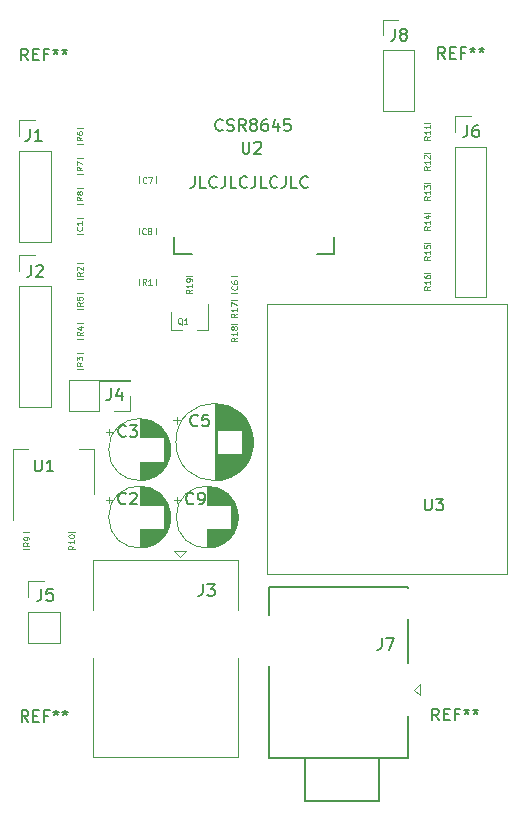
<source format=gbr>
G04 #@! TF.GenerationSoftware,KiCad,Pcbnew,(5.1.5)-3*
G04 #@! TF.CreationDate,2020-02-22T17:46:18+01:00*
G04 #@! TF.ProjectId,Breakoutboard,42726561-6b6f-4757-9462-6f6172642e6b,rev?*
G04 #@! TF.SameCoordinates,Original*
G04 #@! TF.FileFunction,Legend,Top*
G04 #@! TF.FilePolarity,Positive*
%FSLAX46Y46*%
G04 Gerber Fmt 4.6, Leading zero omitted, Abs format (unit mm)*
G04 Created by KiCad (PCBNEW (5.1.5)-3) date 2020-02-22 17:46:18*
%MOMM*%
%LPD*%
G04 APERTURE LIST*
%ADD10C,0.150000*%
%ADD11C,0.120000*%
%ADD12C,0.125000*%
G04 APERTURE END LIST*
D10*
X145748952Y-73366380D02*
X145748952Y-74080666D01*
X145701333Y-74223523D01*
X145606095Y-74318761D01*
X145463238Y-74366380D01*
X145368000Y-74366380D01*
X146701333Y-74366380D02*
X146225142Y-74366380D01*
X146225142Y-73366380D01*
X147606095Y-74271142D02*
X147558476Y-74318761D01*
X147415619Y-74366380D01*
X147320380Y-74366380D01*
X147177523Y-74318761D01*
X147082285Y-74223523D01*
X147034666Y-74128285D01*
X146987047Y-73937809D01*
X146987047Y-73794952D01*
X147034666Y-73604476D01*
X147082285Y-73509238D01*
X147177523Y-73414000D01*
X147320380Y-73366380D01*
X147415619Y-73366380D01*
X147558476Y-73414000D01*
X147606095Y-73461619D01*
X148320380Y-73366380D02*
X148320380Y-74080666D01*
X148272761Y-74223523D01*
X148177523Y-74318761D01*
X148034666Y-74366380D01*
X147939428Y-74366380D01*
X149272761Y-74366380D02*
X148796571Y-74366380D01*
X148796571Y-73366380D01*
X150177523Y-74271142D02*
X150129904Y-74318761D01*
X149987047Y-74366380D01*
X149891809Y-74366380D01*
X149748952Y-74318761D01*
X149653714Y-74223523D01*
X149606095Y-74128285D01*
X149558476Y-73937809D01*
X149558476Y-73794952D01*
X149606095Y-73604476D01*
X149653714Y-73509238D01*
X149748952Y-73414000D01*
X149891809Y-73366380D01*
X149987047Y-73366380D01*
X150129904Y-73414000D01*
X150177523Y-73461619D01*
X150891809Y-73366380D02*
X150891809Y-74080666D01*
X150844190Y-74223523D01*
X150748952Y-74318761D01*
X150606095Y-74366380D01*
X150510857Y-74366380D01*
X151844190Y-74366380D02*
X151368000Y-74366380D01*
X151368000Y-73366380D01*
X152748952Y-74271142D02*
X152701333Y-74318761D01*
X152558476Y-74366380D01*
X152463238Y-74366380D01*
X152320380Y-74318761D01*
X152225142Y-74223523D01*
X152177523Y-74128285D01*
X152129904Y-73937809D01*
X152129904Y-73794952D01*
X152177523Y-73604476D01*
X152225142Y-73509238D01*
X152320380Y-73414000D01*
X152463238Y-73366380D01*
X152558476Y-73366380D01*
X152701333Y-73414000D01*
X152748952Y-73461619D01*
X153463238Y-73366380D02*
X153463238Y-74080666D01*
X153415619Y-74223523D01*
X153320380Y-74318761D01*
X153177523Y-74366380D01*
X153082285Y-74366380D01*
X154415619Y-74366380D02*
X153939428Y-74366380D01*
X153939428Y-73366380D01*
X155320380Y-74271142D02*
X155272761Y-74318761D01*
X155129904Y-74366380D01*
X155034666Y-74366380D01*
X154891809Y-74318761D01*
X154796571Y-74223523D01*
X154748952Y-74128285D01*
X154701333Y-73937809D01*
X154701333Y-73794952D01*
X154748952Y-73604476D01*
X154796571Y-73509238D01*
X154891809Y-73414000D01*
X155034666Y-73366380D01*
X155129904Y-73366380D01*
X155272761Y-73414000D01*
X155320380Y-73461619D01*
D11*
X131748252Y-103535000D02*
X131225748Y-103535000D01*
X131748252Y-104955000D02*
X131225748Y-104955000D01*
X135576252Y-104955000D02*
X135053748Y-104955000D01*
X135576252Y-103535000D02*
X135053748Y-103535000D01*
X137192000Y-96493000D02*
X135932000Y-96493000D01*
X130372000Y-96493000D02*
X131632000Y-96493000D01*
X137192000Y-100253000D02*
X137192000Y-96493000D01*
X130372000Y-102503000D02*
X130372000Y-96493000D01*
X165173748Y-82974000D02*
X165696252Y-82974000D01*
X165173748Y-81554000D02*
X165696252Y-81554000D01*
X165155748Y-72814000D02*
X165678252Y-72814000D01*
X165155748Y-71394000D02*
X165678252Y-71394000D01*
X165173748Y-73934000D02*
X165696252Y-73934000D01*
X165173748Y-75354000D02*
X165696252Y-75354000D01*
X165173748Y-77894000D02*
X165696252Y-77894000D01*
X165173748Y-76474000D02*
X165696252Y-76474000D01*
X165173748Y-68854000D02*
X165696252Y-68854000D01*
X165173748Y-70274000D02*
X165696252Y-70274000D01*
X165173748Y-79014000D02*
X165696252Y-79014000D01*
X165173748Y-80434000D02*
X165696252Y-80434000D01*
X167786000Y-83626000D02*
X170446000Y-83626000D01*
X167786000Y-70866000D02*
X167786000Y-83626000D01*
X170446000Y-70866000D02*
X170446000Y-83626000D01*
X167786000Y-70866000D02*
X170446000Y-70866000D01*
X167786000Y-69596000D02*
X167786000Y-68266000D01*
X167786000Y-68266000D02*
X169116000Y-68266000D01*
X161670000Y-67870000D02*
X164330000Y-67870000D01*
X161670000Y-62730000D02*
X161670000Y-67870000D01*
X164330000Y-62730000D02*
X164330000Y-67870000D01*
X161670000Y-62730000D02*
X164330000Y-62730000D01*
X161670000Y-61460000D02*
X161670000Y-60130000D01*
X161670000Y-60130000D02*
X163000000Y-60130000D01*
X151840000Y-107080000D02*
X151840000Y-84220000D01*
X151840000Y-84220000D02*
X169620000Y-84220000D01*
X172160000Y-84220000D02*
X172160000Y-107080000D01*
X169620000Y-107080000D02*
X151840000Y-107080000D01*
X169620000Y-107080000D02*
X172160000Y-107080000D01*
X172160000Y-107080000D02*
X172160000Y-84220000D01*
X172160000Y-84220000D02*
X169620000Y-84220000D01*
D10*
X157500000Y-78500000D02*
X157500000Y-80000000D01*
X157500000Y-80000000D02*
X156100000Y-80000000D01*
X144000000Y-78500000D02*
X144000000Y-80000000D01*
X144000000Y-80000000D02*
X145500000Y-80000000D01*
D11*
X143708000Y-86374000D02*
X144638000Y-86374000D01*
X146868000Y-86374000D02*
X145938000Y-86374000D01*
X146868000Y-86374000D02*
X146868000Y-84214000D01*
X143708000Y-86374000D02*
X143708000Y-84914000D01*
X149350252Y-85292000D02*
X148827748Y-85292000D01*
X149350252Y-83872000D02*
X148827748Y-83872000D01*
X148845748Y-85904000D02*
X149368252Y-85904000D01*
X148845748Y-87324000D02*
X149368252Y-87324000D01*
X145549252Y-81840000D02*
X145026748Y-81840000D01*
X145549252Y-83260000D02*
X145026748Y-83260000D01*
X148845748Y-83260000D02*
X149368252Y-83260000D01*
X148845748Y-81840000D02*
X149368252Y-81840000D01*
X144241225Y-100510000D02*
X144241225Y-101010000D01*
X143991225Y-100760000D02*
X144491225Y-100760000D01*
X149397000Y-101951000D02*
X149397000Y-102519000D01*
X149357000Y-101717000D02*
X149357000Y-102753000D01*
X149317000Y-101558000D02*
X149317000Y-102912000D01*
X149277000Y-101430000D02*
X149277000Y-103040000D01*
X149237000Y-101320000D02*
X149237000Y-103150000D01*
X149197000Y-101224000D02*
X149197000Y-103246000D01*
X149157000Y-101137000D02*
X149157000Y-103333000D01*
X149117000Y-101057000D02*
X149117000Y-103413000D01*
X149077000Y-100984000D02*
X149077000Y-103486000D01*
X149037000Y-100916000D02*
X149037000Y-103554000D01*
X148997000Y-100852000D02*
X148997000Y-103618000D01*
X148957000Y-100792000D02*
X148957000Y-103678000D01*
X148917000Y-100735000D02*
X148917000Y-103735000D01*
X148877000Y-100681000D02*
X148877000Y-103789000D01*
X148837000Y-100630000D02*
X148837000Y-103840000D01*
X148797000Y-103275000D02*
X148797000Y-103888000D01*
X148797000Y-100582000D02*
X148797000Y-101195000D01*
X148757000Y-103275000D02*
X148757000Y-103934000D01*
X148757000Y-100536000D02*
X148757000Y-101195000D01*
X148717000Y-103275000D02*
X148717000Y-103978000D01*
X148717000Y-100492000D02*
X148717000Y-101195000D01*
X148677000Y-103275000D02*
X148677000Y-104020000D01*
X148677000Y-100450000D02*
X148677000Y-101195000D01*
X148637000Y-103275000D02*
X148637000Y-104061000D01*
X148637000Y-100409000D02*
X148637000Y-101195000D01*
X148597000Y-103275000D02*
X148597000Y-104099000D01*
X148597000Y-100371000D02*
X148597000Y-101195000D01*
X148557000Y-103275000D02*
X148557000Y-104136000D01*
X148557000Y-100334000D02*
X148557000Y-101195000D01*
X148517000Y-103275000D02*
X148517000Y-104172000D01*
X148517000Y-100298000D02*
X148517000Y-101195000D01*
X148477000Y-103275000D02*
X148477000Y-104206000D01*
X148477000Y-100264000D02*
X148477000Y-101195000D01*
X148437000Y-103275000D02*
X148437000Y-104239000D01*
X148437000Y-100231000D02*
X148437000Y-101195000D01*
X148397000Y-103275000D02*
X148397000Y-104270000D01*
X148397000Y-100200000D02*
X148397000Y-101195000D01*
X148357000Y-103275000D02*
X148357000Y-104300000D01*
X148357000Y-100170000D02*
X148357000Y-101195000D01*
X148317000Y-103275000D02*
X148317000Y-104330000D01*
X148317000Y-100140000D02*
X148317000Y-101195000D01*
X148277000Y-103275000D02*
X148277000Y-104357000D01*
X148277000Y-100113000D02*
X148277000Y-101195000D01*
X148237000Y-103275000D02*
X148237000Y-104384000D01*
X148237000Y-100086000D02*
X148237000Y-101195000D01*
X148197000Y-103275000D02*
X148197000Y-104410000D01*
X148197000Y-100060000D02*
X148197000Y-101195000D01*
X148157000Y-103275000D02*
X148157000Y-104435000D01*
X148157000Y-100035000D02*
X148157000Y-101195000D01*
X148117000Y-103275000D02*
X148117000Y-104459000D01*
X148117000Y-100011000D02*
X148117000Y-101195000D01*
X148077000Y-103275000D02*
X148077000Y-104482000D01*
X148077000Y-99988000D02*
X148077000Y-101195000D01*
X148037000Y-103275000D02*
X148037000Y-104503000D01*
X148037000Y-99967000D02*
X148037000Y-101195000D01*
X147997000Y-103275000D02*
X147997000Y-104525000D01*
X147997000Y-99945000D02*
X147997000Y-101195000D01*
X147957000Y-103275000D02*
X147957000Y-104545000D01*
X147957000Y-99925000D02*
X147957000Y-101195000D01*
X147917000Y-103275000D02*
X147917000Y-104564000D01*
X147917000Y-99906000D02*
X147917000Y-101195000D01*
X147877000Y-103275000D02*
X147877000Y-104583000D01*
X147877000Y-99887000D02*
X147877000Y-101195000D01*
X147837000Y-103275000D02*
X147837000Y-104600000D01*
X147837000Y-99870000D02*
X147837000Y-101195000D01*
X147797000Y-103275000D02*
X147797000Y-104617000D01*
X147797000Y-99853000D02*
X147797000Y-101195000D01*
X147757000Y-103275000D02*
X147757000Y-104633000D01*
X147757000Y-99837000D02*
X147757000Y-101195000D01*
X147717000Y-103275000D02*
X147717000Y-104649000D01*
X147717000Y-99821000D02*
X147717000Y-101195000D01*
X147677000Y-103275000D02*
X147677000Y-104663000D01*
X147677000Y-99807000D02*
X147677000Y-101195000D01*
X147637000Y-103275000D02*
X147637000Y-104677000D01*
X147637000Y-99793000D02*
X147637000Y-101195000D01*
X147597000Y-103275000D02*
X147597000Y-104690000D01*
X147597000Y-99780000D02*
X147597000Y-101195000D01*
X147557000Y-103275000D02*
X147557000Y-104703000D01*
X147557000Y-99767000D02*
X147557000Y-101195000D01*
X147517000Y-103275000D02*
X147517000Y-104715000D01*
X147517000Y-99755000D02*
X147517000Y-101195000D01*
X147476000Y-103275000D02*
X147476000Y-104726000D01*
X147476000Y-99744000D02*
X147476000Y-101195000D01*
X147436000Y-103275000D02*
X147436000Y-104736000D01*
X147436000Y-99734000D02*
X147436000Y-101195000D01*
X147396000Y-103275000D02*
X147396000Y-104746000D01*
X147396000Y-99724000D02*
X147396000Y-101195000D01*
X147356000Y-103275000D02*
X147356000Y-104755000D01*
X147356000Y-99715000D02*
X147356000Y-101195000D01*
X147316000Y-103275000D02*
X147316000Y-104763000D01*
X147316000Y-99707000D02*
X147316000Y-101195000D01*
X147276000Y-103275000D02*
X147276000Y-104771000D01*
X147276000Y-99699000D02*
X147276000Y-101195000D01*
X147236000Y-103275000D02*
X147236000Y-104778000D01*
X147236000Y-99692000D02*
X147236000Y-101195000D01*
X147196000Y-103275000D02*
X147196000Y-104785000D01*
X147196000Y-99685000D02*
X147196000Y-101195000D01*
X147156000Y-103275000D02*
X147156000Y-104791000D01*
X147156000Y-99679000D02*
X147156000Y-101195000D01*
X147116000Y-103275000D02*
X147116000Y-104796000D01*
X147116000Y-99674000D02*
X147116000Y-101195000D01*
X147076000Y-103275000D02*
X147076000Y-104800000D01*
X147076000Y-99670000D02*
X147076000Y-101195000D01*
X147036000Y-103275000D02*
X147036000Y-104804000D01*
X147036000Y-99666000D02*
X147036000Y-101195000D01*
X146996000Y-103275000D02*
X146996000Y-104808000D01*
X146996000Y-99662000D02*
X146996000Y-101195000D01*
X146956000Y-103275000D02*
X146956000Y-104811000D01*
X146956000Y-99659000D02*
X146956000Y-101195000D01*
X146916000Y-103275000D02*
X146916000Y-104813000D01*
X146916000Y-99657000D02*
X146916000Y-101195000D01*
X146876000Y-103275000D02*
X146876000Y-104814000D01*
X146876000Y-99656000D02*
X146876000Y-101195000D01*
X146836000Y-99655000D02*
X146836000Y-101195000D01*
X146836000Y-103275000D02*
X146836000Y-104815000D01*
X146796000Y-99655000D02*
X146796000Y-101195000D01*
X146796000Y-103275000D02*
X146796000Y-104815000D01*
X149416000Y-102235000D02*
G75*
G03X149416000Y-102235000I-2620000J0D01*
G01*
X135749748Y-78300000D02*
X136272252Y-78300000D01*
X135749748Y-76880000D02*
X136272252Y-76880000D01*
X143701000Y-102235000D02*
G75*
G03X143701000Y-102235000I-2620000J0D01*
G01*
X141081000Y-103275000D02*
X141081000Y-104815000D01*
X141081000Y-99655000D02*
X141081000Y-101195000D01*
X141121000Y-103275000D02*
X141121000Y-104815000D01*
X141121000Y-99655000D02*
X141121000Y-101195000D01*
X141161000Y-99656000D02*
X141161000Y-101195000D01*
X141161000Y-103275000D02*
X141161000Y-104814000D01*
X141201000Y-99657000D02*
X141201000Y-101195000D01*
X141201000Y-103275000D02*
X141201000Y-104813000D01*
X141241000Y-99659000D02*
X141241000Y-101195000D01*
X141241000Y-103275000D02*
X141241000Y-104811000D01*
X141281000Y-99662000D02*
X141281000Y-101195000D01*
X141281000Y-103275000D02*
X141281000Y-104808000D01*
X141321000Y-99666000D02*
X141321000Y-101195000D01*
X141321000Y-103275000D02*
X141321000Y-104804000D01*
X141361000Y-99670000D02*
X141361000Y-101195000D01*
X141361000Y-103275000D02*
X141361000Y-104800000D01*
X141401000Y-99674000D02*
X141401000Y-101195000D01*
X141401000Y-103275000D02*
X141401000Y-104796000D01*
X141441000Y-99679000D02*
X141441000Y-101195000D01*
X141441000Y-103275000D02*
X141441000Y-104791000D01*
X141481000Y-99685000D02*
X141481000Y-101195000D01*
X141481000Y-103275000D02*
X141481000Y-104785000D01*
X141521000Y-99692000D02*
X141521000Y-101195000D01*
X141521000Y-103275000D02*
X141521000Y-104778000D01*
X141561000Y-99699000D02*
X141561000Y-101195000D01*
X141561000Y-103275000D02*
X141561000Y-104771000D01*
X141601000Y-99707000D02*
X141601000Y-101195000D01*
X141601000Y-103275000D02*
X141601000Y-104763000D01*
X141641000Y-99715000D02*
X141641000Y-101195000D01*
X141641000Y-103275000D02*
X141641000Y-104755000D01*
X141681000Y-99724000D02*
X141681000Y-101195000D01*
X141681000Y-103275000D02*
X141681000Y-104746000D01*
X141721000Y-99734000D02*
X141721000Y-101195000D01*
X141721000Y-103275000D02*
X141721000Y-104736000D01*
X141761000Y-99744000D02*
X141761000Y-101195000D01*
X141761000Y-103275000D02*
X141761000Y-104726000D01*
X141802000Y-99755000D02*
X141802000Y-101195000D01*
X141802000Y-103275000D02*
X141802000Y-104715000D01*
X141842000Y-99767000D02*
X141842000Y-101195000D01*
X141842000Y-103275000D02*
X141842000Y-104703000D01*
X141882000Y-99780000D02*
X141882000Y-101195000D01*
X141882000Y-103275000D02*
X141882000Y-104690000D01*
X141922000Y-99793000D02*
X141922000Y-101195000D01*
X141922000Y-103275000D02*
X141922000Y-104677000D01*
X141962000Y-99807000D02*
X141962000Y-101195000D01*
X141962000Y-103275000D02*
X141962000Y-104663000D01*
X142002000Y-99821000D02*
X142002000Y-101195000D01*
X142002000Y-103275000D02*
X142002000Y-104649000D01*
X142042000Y-99837000D02*
X142042000Y-101195000D01*
X142042000Y-103275000D02*
X142042000Y-104633000D01*
X142082000Y-99853000D02*
X142082000Y-101195000D01*
X142082000Y-103275000D02*
X142082000Y-104617000D01*
X142122000Y-99870000D02*
X142122000Y-101195000D01*
X142122000Y-103275000D02*
X142122000Y-104600000D01*
X142162000Y-99887000D02*
X142162000Y-101195000D01*
X142162000Y-103275000D02*
X142162000Y-104583000D01*
X142202000Y-99906000D02*
X142202000Y-101195000D01*
X142202000Y-103275000D02*
X142202000Y-104564000D01*
X142242000Y-99925000D02*
X142242000Y-101195000D01*
X142242000Y-103275000D02*
X142242000Y-104545000D01*
X142282000Y-99945000D02*
X142282000Y-101195000D01*
X142282000Y-103275000D02*
X142282000Y-104525000D01*
X142322000Y-99967000D02*
X142322000Y-101195000D01*
X142322000Y-103275000D02*
X142322000Y-104503000D01*
X142362000Y-99988000D02*
X142362000Y-101195000D01*
X142362000Y-103275000D02*
X142362000Y-104482000D01*
X142402000Y-100011000D02*
X142402000Y-101195000D01*
X142402000Y-103275000D02*
X142402000Y-104459000D01*
X142442000Y-100035000D02*
X142442000Y-101195000D01*
X142442000Y-103275000D02*
X142442000Y-104435000D01*
X142482000Y-100060000D02*
X142482000Y-101195000D01*
X142482000Y-103275000D02*
X142482000Y-104410000D01*
X142522000Y-100086000D02*
X142522000Y-101195000D01*
X142522000Y-103275000D02*
X142522000Y-104384000D01*
X142562000Y-100113000D02*
X142562000Y-101195000D01*
X142562000Y-103275000D02*
X142562000Y-104357000D01*
X142602000Y-100140000D02*
X142602000Y-101195000D01*
X142602000Y-103275000D02*
X142602000Y-104330000D01*
X142642000Y-100170000D02*
X142642000Y-101195000D01*
X142642000Y-103275000D02*
X142642000Y-104300000D01*
X142682000Y-100200000D02*
X142682000Y-101195000D01*
X142682000Y-103275000D02*
X142682000Y-104270000D01*
X142722000Y-100231000D02*
X142722000Y-101195000D01*
X142722000Y-103275000D02*
X142722000Y-104239000D01*
X142762000Y-100264000D02*
X142762000Y-101195000D01*
X142762000Y-103275000D02*
X142762000Y-104206000D01*
X142802000Y-100298000D02*
X142802000Y-101195000D01*
X142802000Y-103275000D02*
X142802000Y-104172000D01*
X142842000Y-100334000D02*
X142842000Y-101195000D01*
X142842000Y-103275000D02*
X142842000Y-104136000D01*
X142882000Y-100371000D02*
X142882000Y-101195000D01*
X142882000Y-103275000D02*
X142882000Y-104099000D01*
X142922000Y-100409000D02*
X142922000Y-101195000D01*
X142922000Y-103275000D02*
X142922000Y-104061000D01*
X142962000Y-100450000D02*
X142962000Y-101195000D01*
X142962000Y-103275000D02*
X142962000Y-104020000D01*
X143002000Y-100492000D02*
X143002000Y-101195000D01*
X143002000Y-103275000D02*
X143002000Y-103978000D01*
X143042000Y-100536000D02*
X143042000Y-101195000D01*
X143042000Y-103275000D02*
X143042000Y-103934000D01*
X143082000Y-100582000D02*
X143082000Y-101195000D01*
X143082000Y-103275000D02*
X143082000Y-103888000D01*
X143122000Y-100630000D02*
X143122000Y-103840000D01*
X143162000Y-100681000D02*
X143162000Y-103789000D01*
X143202000Y-100735000D02*
X143202000Y-103735000D01*
X143242000Y-100792000D02*
X143242000Y-103678000D01*
X143282000Y-100852000D02*
X143282000Y-103618000D01*
X143322000Y-100916000D02*
X143322000Y-103554000D01*
X143362000Y-100984000D02*
X143362000Y-103486000D01*
X143402000Y-101057000D02*
X143402000Y-103413000D01*
X143442000Y-101137000D02*
X143442000Y-103333000D01*
X143482000Y-101224000D02*
X143482000Y-103246000D01*
X143522000Y-101320000D02*
X143522000Y-103150000D01*
X143562000Y-101430000D02*
X143562000Y-103040000D01*
X143602000Y-101558000D02*
X143602000Y-102912000D01*
X143642000Y-101717000D02*
X143642000Y-102753000D01*
X143682000Y-101951000D02*
X143682000Y-102519000D01*
X138276225Y-100760000D02*
X138776225Y-100760000D01*
X138526225Y-100510000D02*
X138526225Y-101010000D01*
X143701000Y-96520000D02*
G75*
G03X143701000Y-96520000I-2620000J0D01*
G01*
X141081000Y-97560000D02*
X141081000Y-99100000D01*
X141081000Y-93940000D02*
X141081000Y-95480000D01*
X141121000Y-97560000D02*
X141121000Y-99100000D01*
X141121000Y-93940000D02*
X141121000Y-95480000D01*
X141161000Y-93941000D02*
X141161000Y-95480000D01*
X141161000Y-97560000D02*
X141161000Y-99099000D01*
X141201000Y-93942000D02*
X141201000Y-95480000D01*
X141201000Y-97560000D02*
X141201000Y-99098000D01*
X141241000Y-93944000D02*
X141241000Y-95480000D01*
X141241000Y-97560000D02*
X141241000Y-99096000D01*
X141281000Y-93947000D02*
X141281000Y-95480000D01*
X141281000Y-97560000D02*
X141281000Y-99093000D01*
X141321000Y-93951000D02*
X141321000Y-95480000D01*
X141321000Y-97560000D02*
X141321000Y-99089000D01*
X141361000Y-93955000D02*
X141361000Y-95480000D01*
X141361000Y-97560000D02*
X141361000Y-99085000D01*
X141401000Y-93959000D02*
X141401000Y-95480000D01*
X141401000Y-97560000D02*
X141401000Y-99081000D01*
X141441000Y-93964000D02*
X141441000Y-95480000D01*
X141441000Y-97560000D02*
X141441000Y-99076000D01*
X141481000Y-93970000D02*
X141481000Y-95480000D01*
X141481000Y-97560000D02*
X141481000Y-99070000D01*
X141521000Y-93977000D02*
X141521000Y-95480000D01*
X141521000Y-97560000D02*
X141521000Y-99063000D01*
X141561000Y-93984000D02*
X141561000Y-95480000D01*
X141561000Y-97560000D02*
X141561000Y-99056000D01*
X141601000Y-93992000D02*
X141601000Y-95480000D01*
X141601000Y-97560000D02*
X141601000Y-99048000D01*
X141641000Y-94000000D02*
X141641000Y-95480000D01*
X141641000Y-97560000D02*
X141641000Y-99040000D01*
X141681000Y-94009000D02*
X141681000Y-95480000D01*
X141681000Y-97560000D02*
X141681000Y-99031000D01*
X141721000Y-94019000D02*
X141721000Y-95480000D01*
X141721000Y-97560000D02*
X141721000Y-99021000D01*
X141761000Y-94029000D02*
X141761000Y-95480000D01*
X141761000Y-97560000D02*
X141761000Y-99011000D01*
X141802000Y-94040000D02*
X141802000Y-95480000D01*
X141802000Y-97560000D02*
X141802000Y-99000000D01*
X141842000Y-94052000D02*
X141842000Y-95480000D01*
X141842000Y-97560000D02*
X141842000Y-98988000D01*
X141882000Y-94065000D02*
X141882000Y-95480000D01*
X141882000Y-97560000D02*
X141882000Y-98975000D01*
X141922000Y-94078000D02*
X141922000Y-95480000D01*
X141922000Y-97560000D02*
X141922000Y-98962000D01*
X141962000Y-94092000D02*
X141962000Y-95480000D01*
X141962000Y-97560000D02*
X141962000Y-98948000D01*
X142002000Y-94106000D02*
X142002000Y-95480000D01*
X142002000Y-97560000D02*
X142002000Y-98934000D01*
X142042000Y-94122000D02*
X142042000Y-95480000D01*
X142042000Y-97560000D02*
X142042000Y-98918000D01*
X142082000Y-94138000D02*
X142082000Y-95480000D01*
X142082000Y-97560000D02*
X142082000Y-98902000D01*
X142122000Y-94155000D02*
X142122000Y-95480000D01*
X142122000Y-97560000D02*
X142122000Y-98885000D01*
X142162000Y-94172000D02*
X142162000Y-95480000D01*
X142162000Y-97560000D02*
X142162000Y-98868000D01*
X142202000Y-94191000D02*
X142202000Y-95480000D01*
X142202000Y-97560000D02*
X142202000Y-98849000D01*
X142242000Y-94210000D02*
X142242000Y-95480000D01*
X142242000Y-97560000D02*
X142242000Y-98830000D01*
X142282000Y-94230000D02*
X142282000Y-95480000D01*
X142282000Y-97560000D02*
X142282000Y-98810000D01*
X142322000Y-94252000D02*
X142322000Y-95480000D01*
X142322000Y-97560000D02*
X142322000Y-98788000D01*
X142362000Y-94273000D02*
X142362000Y-95480000D01*
X142362000Y-97560000D02*
X142362000Y-98767000D01*
X142402000Y-94296000D02*
X142402000Y-95480000D01*
X142402000Y-97560000D02*
X142402000Y-98744000D01*
X142442000Y-94320000D02*
X142442000Y-95480000D01*
X142442000Y-97560000D02*
X142442000Y-98720000D01*
X142482000Y-94345000D02*
X142482000Y-95480000D01*
X142482000Y-97560000D02*
X142482000Y-98695000D01*
X142522000Y-94371000D02*
X142522000Y-95480000D01*
X142522000Y-97560000D02*
X142522000Y-98669000D01*
X142562000Y-94398000D02*
X142562000Y-95480000D01*
X142562000Y-97560000D02*
X142562000Y-98642000D01*
X142602000Y-94425000D02*
X142602000Y-95480000D01*
X142602000Y-97560000D02*
X142602000Y-98615000D01*
X142642000Y-94455000D02*
X142642000Y-95480000D01*
X142642000Y-97560000D02*
X142642000Y-98585000D01*
X142682000Y-94485000D02*
X142682000Y-95480000D01*
X142682000Y-97560000D02*
X142682000Y-98555000D01*
X142722000Y-94516000D02*
X142722000Y-95480000D01*
X142722000Y-97560000D02*
X142722000Y-98524000D01*
X142762000Y-94549000D02*
X142762000Y-95480000D01*
X142762000Y-97560000D02*
X142762000Y-98491000D01*
X142802000Y-94583000D02*
X142802000Y-95480000D01*
X142802000Y-97560000D02*
X142802000Y-98457000D01*
X142842000Y-94619000D02*
X142842000Y-95480000D01*
X142842000Y-97560000D02*
X142842000Y-98421000D01*
X142882000Y-94656000D02*
X142882000Y-95480000D01*
X142882000Y-97560000D02*
X142882000Y-98384000D01*
X142922000Y-94694000D02*
X142922000Y-95480000D01*
X142922000Y-97560000D02*
X142922000Y-98346000D01*
X142962000Y-94735000D02*
X142962000Y-95480000D01*
X142962000Y-97560000D02*
X142962000Y-98305000D01*
X143002000Y-94777000D02*
X143002000Y-95480000D01*
X143002000Y-97560000D02*
X143002000Y-98263000D01*
X143042000Y-94821000D02*
X143042000Y-95480000D01*
X143042000Y-97560000D02*
X143042000Y-98219000D01*
X143082000Y-94867000D02*
X143082000Y-95480000D01*
X143082000Y-97560000D02*
X143082000Y-98173000D01*
X143122000Y-94915000D02*
X143122000Y-98125000D01*
X143162000Y-94966000D02*
X143162000Y-98074000D01*
X143202000Y-95020000D02*
X143202000Y-98020000D01*
X143242000Y-95077000D02*
X143242000Y-97963000D01*
X143282000Y-95137000D02*
X143282000Y-97903000D01*
X143322000Y-95201000D02*
X143322000Y-97839000D01*
X143362000Y-95269000D02*
X143362000Y-97771000D01*
X143402000Y-95342000D02*
X143402000Y-97698000D01*
X143442000Y-95422000D02*
X143442000Y-97618000D01*
X143482000Y-95509000D02*
X143482000Y-97531000D01*
X143522000Y-95605000D02*
X143522000Y-97435000D01*
X143562000Y-95715000D02*
X143562000Y-97325000D01*
X143602000Y-95843000D02*
X143602000Y-97197000D01*
X143642000Y-96002000D02*
X143642000Y-97038000D01*
X143682000Y-96236000D02*
X143682000Y-96804000D01*
X138276225Y-95045000D02*
X138776225Y-95045000D01*
X138526225Y-94795000D02*
X138526225Y-95295000D01*
X150697000Y-95885000D02*
G75*
G03X150697000Y-95885000I-3270000J0D01*
G01*
X147427000Y-92655000D02*
X147427000Y-99115000D01*
X147467000Y-92655000D02*
X147467000Y-99115000D01*
X147507000Y-92655000D02*
X147507000Y-99115000D01*
X147547000Y-92657000D02*
X147547000Y-99113000D01*
X147587000Y-92658000D02*
X147587000Y-99112000D01*
X147627000Y-92661000D02*
X147627000Y-99109000D01*
X147667000Y-92663000D02*
X147667000Y-94845000D01*
X147667000Y-96925000D02*
X147667000Y-99107000D01*
X147707000Y-92667000D02*
X147707000Y-94845000D01*
X147707000Y-96925000D02*
X147707000Y-99103000D01*
X147747000Y-92670000D02*
X147747000Y-94845000D01*
X147747000Y-96925000D02*
X147747000Y-99100000D01*
X147787000Y-92674000D02*
X147787000Y-94845000D01*
X147787000Y-96925000D02*
X147787000Y-99096000D01*
X147827000Y-92679000D02*
X147827000Y-94845000D01*
X147827000Y-96925000D02*
X147827000Y-99091000D01*
X147867000Y-92684000D02*
X147867000Y-94845000D01*
X147867000Y-96925000D02*
X147867000Y-99086000D01*
X147907000Y-92690000D02*
X147907000Y-94845000D01*
X147907000Y-96925000D02*
X147907000Y-99080000D01*
X147947000Y-92696000D02*
X147947000Y-94845000D01*
X147947000Y-96925000D02*
X147947000Y-99074000D01*
X147987000Y-92703000D02*
X147987000Y-94845000D01*
X147987000Y-96925000D02*
X147987000Y-99067000D01*
X148027000Y-92710000D02*
X148027000Y-94845000D01*
X148027000Y-96925000D02*
X148027000Y-99060000D01*
X148067000Y-92718000D02*
X148067000Y-94845000D01*
X148067000Y-96925000D02*
X148067000Y-99052000D01*
X148107000Y-92726000D02*
X148107000Y-94845000D01*
X148107000Y-96925000D02*
X148107000Y-99044000D01*
X148148000Y-92735000D02*
X148148000Y-94845000D01*
X148148000Y-96925000D02*
X148148000Y-99035000D01*
X148188000Y-92744000D02*
X148188000Y-94845000D01*
X148188000Y-96925000D02*
X148188000Y-99026000D01*
X148228000Y-92754000D02*
X148228000Y-94845000D01*
X148228000Y-96925000D02*
X148228000Y-99016000D01*
X148268000Y-92764000D02*
X148268000Y-94845000D01*
X148268000Y-96925000D02*
X148268000Y-99006000D01*
X148308000Y-92775000D02*
X148308000Y-94845000D01*
X148308000Y-96925000D02*
X148308000Y-98995000D01*
X148348000Y-92787000D02*
X148348000Y-94845000D01*
X148348000Y-96925000D02*
X148348000Y-98983000D01*
X148388000Y-92799000D02*
X148388000Y-94845000D01*
X148388000Y-96925000D02*
X148388000Y-98971000D01*
X148428000Y-92811000D02*
X148428000Y-94845000D01*
X148428000Y-96925000D02*
X148428000Y-98959000D01*
X148468000Y-92824000D02*
X148468000Y-94845000D01*
X148468000Y-96925000D02*
X148468000Y-98946000D01*
X148508000Y-92838000D02*
X148508000Y-94845000D01*
X148508000Y-96925000D02*
X148508000Y-98932000D01*
X148548000Y-92852000D02*
X148548000Y-94845000D01*
X148548000Y-96925000D02*
X148548000Y-98918000D01*
X148588000Y-92867000D02*
X148588000Y-94845000D01*
X148588000Y-96925000D02*
X148588000Y-98903000D01*
X148628000Y-92883000D02*
X148628000Y-94845000D01*
X148628000Y-96925000D02*
X148628000Y-98887000D01*
X148668000Y-92899000D02*
X148668000Y-94845000D01*
X148668000Y-96925000D02*
X148668000Y-98871000D01*
X148708000Y-92915000D02*
X148708000Y-94845000D01*
X148708000Y-96925000D02*
X148708000Y-98855000D01*
X148748000Y-92933000D02*
X148748000Y-94845000D01*
X148748000Y-96925000D02*
X148748000Y-98837000D01*
X148788000Y-92951000D02*
X148788000Y-94845000D01*
X148788000Y-96925000D02*
X148788000Y-98819000D01*
X148828000Y-92969000D02*
X148828000Y-94845000D01*
X148828000Y-96925000D02*
X148828000Y-98801000D01*
X148868000Y-92989000D02*
X148868000Y-94845000D01*
X148868000Y-96925000D02*
X148868000Y-98781000D01*
X148908000Y-93009000D02*
X148908000Y-94845000D01*
X148908000Y-96925000D02*
X148908000Y-98761000D01*
X148948000Y-93029000D02*
X148948000Y-94845000D01*
X148948000Y-96925000D02*
X148948000Y-98741000D01*
X148988000Y-93051000D02*
X148988000Y-94845000D01*
X148988000Y-96925000D02*
X148988000Y-98719000D01*
X149028000Y-93073000D02*
X149028000Y-94845000D01*
X149028000Y-96925000D02*
X149028000Y-98697000D01*
X149068000Y-93095000D02*
X149068000Y-94845000D01*
X149068000Y-96925000D02*
X149068000Y-98675000D01*
X149108000Y-93119000D02*
X149108000Y-94845000D01*
X149108000Y-96925000D02*
X149108000Y-98651000D01*
X149148000Y-93143000D02*
X149148000Y-94845000D01*
X149148000Y-96925000D02*
X149148000Y-98627000D01*
X149188000Y-93169000D02*
X149188000Y-94845000D01*
X149188000Y-96925000D02*
X149188000Y-98601000D01*
X149228000Y-93195000D02*
X149228000Y-94845000D01*
X149228000Y-96925000D02*
X149228000Y-98575000D01*
X149268000Y-93221000D02*
X149268000Y-94845000D01*
X149268000Y-96925000D02*
X149268000Y-98549000D01*
X149308000Y-93249000D02*
X149308000Y-94845000D01*
X149308000Y-96925000D02*
X149308000Y-98521000D01*
X149348000Y-93278000D02*
X149348000Y-94845000D01*
X149348000Y-96925000D02*
X149348000Y-98492000D01*
X149388000Y-93307000D02*
X149388000Y-94845000D01*
X149388000Y-96925000D02*
X149388000Y-98463000D01*
X149428000Y-93337000D02*
X149428000Y-94845000D01*
X149428000Y-96925000D02*
X149428000Y-98433000D01*
X149468000Y-93369000D02*
X149468000Y-94845000D01*
X149468000Y-96925000D02*
X149468000Y-98401000D01*
X149508000Y-93401000D02*
X149508000Y-94845000D01*
X149508000Y-96925000D02*
X149508000Y-98369000D01*
X149548000Y-93435000D02*
X149548000Y-94845000D01*
X149548000Y-96925000D02*
X149548000Y-98335000D01*
X149588000Y-93469000D02*
X149588000Y-94845000D01*
X149588000Y-96925000D02*
X149588000Y-98301000D01*
X149628000Y-93505000D02*
X149628000Y-94845000D01*
X149628000Y-96925000D02*
X149628000Y-98265000D01*
X149668000Y-93542000D02*
X149668000Y-94845000D01*
X149668000Y-96925000D02*
X149668000Y-98228000D01*
X149708000Y-93580000D02*
X149708000Y-94845000D01*
X149708000Y-96925000D02*
X149708000Y-98190000D01*
X149748000Y-93620000D02*
X149748000Y-98150000D01*
X149788000Y-93661000D02*
X149788000Y-98109000D01*
X149828000Y-93703000D02*
X149828000Y-98067000D01*
X149868000Y-93748000D02*
X149868000Y-98022000D01*
X149908000Y-93793000D02*
X149908000Y-97977000D01*
X149948000Y-93841000D02*
X149948000Y-97929000D01*
X149988000Y-93890000D02*
X149988000Y-97880000D01*
X150028000Y-93941000D02*
X150028000Y-97829000D01*
X150068000Y-93995000D02*
X150068000Y-97775000D01*
X150108000Y-94051000D02*
X150108000Y-97719000D01*
X150148000Y-94109000D02*
X150148000Y-97661000D01*
X150188000Y-94171000D02*
X150188000Y-97599000D01*
X150228000Y-94235000D02*
X150228000Y-97535000D01*
X150268000Y-94304000D02*
X150268000Y-97466000D01*
X150308000Y-94376000D02*
X150308000Y-97394000D01*
X150348000Y-94453000D02*
X150348000Y-97317000D01*
X150388000Y-94535000D02*
X150388000Y-97235000D01*
X150428000Y-94623000D02*
X150428000Y-97147000D01*
X150468000Y-94720000D02*
X150468000Y-97050000D01*
X150508000Y-94826000D02*
X150508000Y-96944000D01*
X150548000Y-94945000D02*
X150548000Y-96825000D01*
X150588000Y-95083000D02*
X150588000Y-96687000D01*
X150628000Y-95252000D02*
X150628000Y-96518000D01*
X150668000Y-95483000D02*
X150668000Y-96287000D01*
X143926759Y-94046000D02*
X144556759Y-94046000D01*
X144241759Y-93731000D02*
X144241759Y-94361000D01*
X141022000Y-73912252D02*
X141022000Y-73389748D01*
X142442000Y-73912252D02*
X142442000Y-73389748D01*
X142442000Y-77725748D02*
X142442000Y-78248252D01*
X141022000Y-77725748D02*
X141022000Y-78248252D01*
X130880000Y-78920000D02*
X133540000Y-78920000D01*
X130880000Y-71240000D02*
X130880000Y-78920000D01*
X133540000Y-71240000D02*
X133540000Y-78920000D01*
X130880000Y-71240000D02*
X133540000Y-71240000D01*
X130880000Y-69970000D02*
X130880000Y-68640000D01*
X130880000Y-68640000D02*
X132210000Y-68640000D01*
X130880000Y-92890000D02*
X133540000Y-92890000D01*
X130880000Y-82670000D02*
X130880000Y-92890000D01*
X133540000Y-82670000D02*
X133540000Y-92890000D01*
X130880000Y-82670000D02*
X133540000Y-82670000D01*
X130880000Y-81400000D02*
X130880000Y-80070000D01*
X130880000Y-80070000D02*
X132210000Y-80070000D01*
X149436000Y-110102000D02*
X149436000Y-105842000D01*
X149436000Y-105842000D02*
X137116000Y-105842000D01*
X137116000Y-105842000D02*
X137116000Y-110102000D01*
X149436000Y-114202000D02*
X149436000Y-122562000D01*
X149436000Y-122562000D02*
X137116000Y-122562000D01*
X137116000Y-122562000D02*
X137116000Y-114202000D01*
X144526000Y-105622000D02*
X145026000Y-105122000D01*
X145026000Y-105122000D02*
X144026000Y-105122000D01*
X144026000Y-105122000D02*
X144526000Y-105622000D01*
X140268000Y-90618000D02*
X135068000Y-90618000D01*
X140268000Y-90678000D02*
X140268000Y-90618000D01*
X135068000Y-93278000D02*
X135068000Y-90618000D01*
X140268000Y-90678000D02*
X137668000Y-90678000D01*
X137668000Y-90678000D02*
X137668000Y-93278000D01*
X137668000Y-93278000D02*
X135068000Y-93278000D01*
X140268000Y-91948000D02*
X140268000Y-93278000D01*
X140268000Y-93278000D02*
X138938000Y-93278000D01*
X131670000Y-112870000D02*
X134330000Y-112870000D01*
X131670000Y-110270000D02*
X131670000Y-112870000D01*
X134330000Y-110270000D02*
X134330000Y-112870000D01*
X131670000Y-110270000D02*
X134330000Y-110270000D01*
X131670000Y-109000000D02*
X131670000Y-107670000D01*
X131670000Y-107670000D02*
X133000000Y-107670000D01*
X164864000Y-116340000D02*
X164314000Y-116840000D01*
X164864000Y-117340000D02*
X164864000Y-116340000D01*
X164314000Y-116840000D02*
X164864000Y-117340000D01*
D10*
X152014000Y-122640000D02*
X152014000Y-114890000D01*
X152014000Y-110540000D02*
X152014000Y-108140000D01*
X152014000Y-108140000D02*
X163814000Y-108140000D01*
X163814000Y-108140000D02*
X163814000Y-108240000D01*
X163814000Y-110840000D02*
X163814000Y-114590000D01*
X163814000Y-119090000D02*
X163814000Y-122640000D01*
X163814000Y-122640000D02*
X152014000Y-122640000D01*
X155114000Y-122640000D02*
X155114000Y-126240000D01*
X155114000Y-126240000D02*
X161314000Y-126240000D01*
X161314000Y-126240000D02*
X161314000Y-122640000D01*
D11*
X142442000Y-82566252D02*
X142442000Y-82043748D01*
X141022000Y-82566252D02*
X141022000Y-82043748D01*
X136290252Y-80690000D02*
X135767748Y-80690000D01*
X136290252Y-82110000D02*
X135767748Y-82110000D01*
X136272252Y-89730000D02*
X135749748Y-89730000D01*
X136272252Y-88310000D02*
X135749748Y-88310000D01*
X136290252Y-85770000D02*
X135767748Y-85770000D01*
X136290252Y-87190000D02*
X135767748Y-87190000D01*
X136290252Y-84650000D02*
X135767748Y-84650000D01*
X136290252Y-83230000D02*
X135767748Y-83230000D01*
X136272252Y-69260000D02*
X135749748Y-69260000D01*
X136272252Y-70680000D02*
X135749748Y-70680000D01*
X136281252Y-73220000D02*
X135758748Y-73220000D01*
X136281252Y-71800000D02*
X135758748Y-71800000D01*
X136272252Y-75760000D02*
X135749748Y-75760000D01*
X136272252Y-74340000D02*
X135749748Y-74340000D01*
D12*
X131747390Y-104375733D02*
X131509295Y-104542400D01*
X131747390Y-104661447D02*
X131247390Y-104661447D01*
X131247390Y-104470971D01*
X131271200Y-104423352D01*
X131295009Y-104399542D01*
X131342628Y-104375733D01*
X131414057Y-104375733D01*
X131461676Y-104399542D01*
X131485485Y-104423352D01*
X131509295Y-104470971D01*
X131509295Y-104661447D01*
X131747390Y-104137638D02*
X131747390Y-104042400D01*
X131723580Y-103994780D01*
X131699771Y-103970971D01*
X131628342Y-103923352D01*
X131533104Y-103899542D01*
X131342628Y-103899542D01*
X131295009Y-103923352D01*
X131271200Y-103947161D01*
X131247390Y-103994780D01*
X131247390Y-104090019D01*
X131271200Y-104137638D01*
X131295009Y-104161447D01*
X131342628Y-104185257D01*
X131461676Y-104185257D01*
X131509295Y-104161447D01*
X131533104Y-104137638D01*
X131556914Y-104090019D01*
X131556914Y-103994780D01*
X131533104Y-103947161D01*
X131509295Y-103923352D01*
X131461676Y-103899542D01*
X135557390Y-104664628D02*
X135319295Y-104831295D01*
X135557390Y-104950342D02*
X135057390Y-104950342D01*
X135057390Y-104759866D01*
X135081200Y-104712247D01*
X135105009Y-104688438D01*
X135152628Y-104664628D01*
X135224057Y-104664628D01*
X135271676Y-104688438D01*
X135295485Y-104712247D01*
X135319295Y-104759866D01*
X135319295Y-104950342D01*
X135557390Y-104188438D02*
X135557390Y-104474152D01*
X135557390Y-104331295D02*
X135057390Y-104331295D01*
X135128819Y-104378914D01*
X135176438Y-104426533D01*
X135200247Y-104474152D01*
X135057390Y-103878914D02*
X135057390Y-103831295D01*
X135081200Y-103783676D01*
X135105009Y-103759866D01*
X135152628Y-103736057D01*
X135247866Y-103712247D01*
X135366914Y-103712247D01*
X135462152Y-103736057D01*
X135509771Y-103759866D01*
X135533580Y-103783676D01*
X135557390Y-103831295D01*
X135557390Y-103878914D01*
X135533580Y-103926533D01*
X135509771Y-103950342D01*
X135462152Y-103974152D01*
X135366914Y-103997961D01*
X135247866Y-103997961D01*
X135152628Y-103974152D01*
X135105009Y-103950342D01*
X135081200Y-103926533D01*
X135057390Y-103878914D01*
D10*
X132207095Y-97369380D02*
X132207095Y-98178904D01*
X132254714Y-98274142D01*
X132302333Y-98321761D01*
X132397571Y-98369380D01*
X132588047Y-98369380D01*
X132683285Y-98321761D01*
X132730904Y-98274142D01*
X132778523Y-98178904D01*
X132778523Y-97369380D01*
X133778523Y-98369380D02*
X133207095Y-98369380D01*
X133492809Y-98369380D02*
X133492809Y-97369380D01*
X133397571Y-97512238D01*
X133302333Y-97607476D01*
X133207095Y-97655095D01*
D12*
X165681790Y-82693628D02*
X165443695Y-82860295D01*
X165681790Y-82979342D02*
X165181790Y-82979342D01*
X165181790Y-82788866D01*
X165205600Y-82741247D01*
X165229409Y-82717438D01*
X165277028Y-82693628D01*
X165348457Y-82693628D01*
X165396076Y-82717438D01*
X165419885Y-82741247D01*
X165443695Y-82788866D01*
X165443695Y-82979342D01*
X165681790Y-82217438D02*
X165681790Y-82503152D01*
X165681790Y-82360295D02*
X165181790Y-82360295D01*
X165253219Y-82407914D01*
X165300838Y-82455533D01*
X165324647Y-82503152D01*
X165181790Y-81788866D02*
X165181790Y-81884104D01*
X165205600Y-81931723D01*
X165229409Y-81955533D01*
X165300838Y-82003152D01*
X165396076Y-82026961D01*
X165586552Y-82026961D01*
X165634171Y-82003152D01*
X165657980Y-81979342D01*
X165681790Y-81931723D01*
X165681790Y-81836485D01*
X165657980Y-81788866D01*
X165634171Y-81765057D01*
X165586552Y-81741247D01*
X165467504Y-81741247D01*
X165419885Y-81765057D01*
X165396076Y-81788866D01*
X165372266Y-81836485D01*
X165372266Y-81931723D01*
X165396076Y-81979342D01*
X165419885Y-82003152D01*
X165467504Y-82026961D01*
X165656390Y-72533628D02*
X165418295Y-72700295D01*
X165656390Y-72819342D02*
X165156390Y-72819342D01*
X165156390Y-72628866D01*
X165180200Y-72581247D01*
X165204009Y-72557438D01*
X165251628Y-72533628D01*
X165323057Y-72533628D01*
X165370676Y-72557438D01*
X165394485Y-72581247D01*
X165418295Y-72628866D01*
X165418295Y-72819342D01*
X165656390Y-72057438D02*
X165656390Y-72343152D01*
X165656390Y-72200295D02*
X165156390Y-72200295D01*
X165227819Y-72247914D01*
X165275438Y-72295533D01*
X165299247Y-72343152D01*
X165204009Y-71866961D02*
X165180200Y-71843152D01*
X165156390Y-71795533D01*
X165156390Y-71676485D01*
X165180200Y-71628866D01*
X165204009Y-71605057D01*
X165251628Y-71581247D01*
X165299247Y-71581247D01*
X165370676Y-71605057D01*
X165656390Y-71890771D01*
X165656390Y-71581247D01*
X165681790Y-75073628D02*
X165443695Y-75240295D01*
X165681790Y-75359342D02*
X165181790Y-75359342D01*
X165181790Y-75168866D01*
X165205600Y-75121247D01*
X165229409Y-75097438D01*
X165277028Y-75073628D01*
X165348457Y-75073628D01*
X165396076Y-75097438D01*
X165419885Y-75121247D01*
X165443695Y-75168866D01*
X165443695Y-75359342D01*
X165681790Y-74597438D02*
X165681790Y-74883152D01*
X165681790Y-74740295D02*
X165181790Y-74740295D01*
X165253219Y-74787914D01*
X165300838Y-74835533D01*
X165324647Y-74883152D01*
X165181790Y-74430771D02*
X165181790Y-74121247D01*
X165372266Y-74287914D01*
X165372266Y-74216485D01*
X165396076Y-74168866D01*
X165419885Y-74145057D01*
X165467504Y-74121247D01*
X165586552Y-74121247D01*
X165634171Y-74145057D01*
X165657980Y-74168866D01*
X165681790Y-74216485D01*
X165681790Y-74359342D01*
X165657980Y-74406961D01*
X165634171Y-74430771D01*
X165681790Y-77613628D02*
X165443695Y-77780295D01*
X165681790Y-77899342D02*
X165181790Y-77899342D01*
X165181790Y-77708866D01*
X165205600Y-77661247D01*
X165229409Y-77637438D01*
X165277028Y-77613628D01*
X165348457Y-77613628D01*
X165396076Y-77637438D01*
X165419885Y-77661247D01*
X165443695Y-77708866D01*
X165443695Y-77899342D01*
X165681790Y-77137438D02*
X165681790Y-77423152D01*
X165681790Y-77280295D02*
X165181790Y-77280295D01*
X165253219Y-77327914D01*
X165300838Y-77375533D01*
X165324647Y-77423152D01*
X165348457Y-76708866D02*
X165681790Y-76708866D01*
X165157980Y-76827914D02*
X165515123Y-76946961D01*
X165515123Y-76637438D01*
X165681790Y-69993628D02*
X165443695Y-70160295D01*
X165681790Y-70279342D02*
X165181790Y-70279342D01*
X165181790Y-70088866D01*
X165205600Y-70041247D01*
X165229409Y-70017438D01*
X165277028Y-69993628D01*
X165348457Y-69993628D01*
X165396076Y-70017438D01*
X165419885Y-70041247D01*
X165443695Y-70088866D01*
X165443695Y-70279342D01*
X165681790Y-69517438D02*
X165681790Y-69803152D01*
X165681790Y-69660295D02*
X165181790Y-69660295D01*
X165253219Y-69707914D01*
X165300838Y-69755533D01*
X165324647Y-69803152D01*
X165681790Y-69041247D02*
X165681790Y-69326961D01*
X165681790Y-69184104D02*
X165181790Y-69184104D01*
X165253219Y-69231723D01*
X165300838Y-69279342D01*
X165324647Y-69326961D01*
X165681790Y-80153628D02*
X165443695Y-80320295D01*
X165681790Y-80439342D02*
X165181790Y-80439342D01*
X165181790Y-80248866D01*
X165205600Y-80201247D01*
X165229409Y-80177438D01*
X165277028Y-80153628D01*
X165348457Y-80153628D01*
X165396076Y-80177438D01*
X165419885Y-80201247D01*
X165443695Y-80248866D01*
X165443695Y-80439342D01*
X165681790Y-79677438D02*
X165681790Y-79963152D01*
X165681790Y-79820295D02*
X165181790Y-79820295D01*
X165253219Y-79867914D01*
X165300838Y-79915533D01*
X165324647Y-79963152D01*
X165181790Y-79225057D02*
X165181790Y-79463152D01*
X165419885Y-79486961D01*
X165396076Y-79463152D01*
X165372266Y-79415533D01*
X165372266Y-79296485D01*
X165396076Y-79248866D01*
X165419885Y-79225057D01*
X165467504Y-79201247D01*
X165586552Y-79201247D01*
X165634171Y-79225057D01*
X165657980Y-79248866D01*
X165681790Y-79296485D01*
X165681790Y-79415533D01*
X165657980Y-79463152D01*
X165634171Y-79486961D01*
D10*
X168830666Y-69048380D02*
X168830666Y-69762666D01*
X168783047Y-69905523D01*
X168687809Y-70000761D01*
X168544952Y-70048380D01*
X168449714Y-70048380D01*
X169735428Y-69048380D02*
X169544952Y-69048380D01*
X169449714Y-69096000D01*
X169402095Y-69143619D01*
X169306857Y-69286476D01*
X169259238Y-69476952D01*
X169259238Y-69857904D01*
X169306857Y-69953142D01*
X169354476Y-70000761D01*
X169449714Y-70048380D01*
X169640190Y-70048380D01*
X169735428Y-70000761D01*
X169783047Y-69953142D01*
X169830666Y-69857904D01*
X169830666Y-69619809D01*
X169783047Y-69524571D01*
X169735428Y-69476952D01*
X169640190Y-69429333D01*
X169449714Y-69429333D01*
X169354476Y-69476952D01*
X169306857Y-69524571D01*
X169259238Y-69619809D01*
X162709266Y-60894980D02*
X162709266Y-61609266D01*
X162661647Y-61752123D01*
X162566409Y-61847361D01*
X162423552Y-61894980D01*
X162328314Y-61894980D01*
X163328314Y-61323552D02*
X163233076Y-61275933D01*
X163185457Y-61228314D01*
X163137838Y-61133076D01*
X163137838Y-61085457D01*
X163185457Y-60990219D01*
X163233076Y-60942600D01*
X163328314Y-60894980D01*
X163518790Y-60894980D01*
X163614028Y-60942600D01*
X163661647Y-60990219D01*
X163709266Y-61085457D01*
X163709266Y-61133076D01*
X163661647Y-61228314D01*
X163614028Y-61275933D01*
X163518790Y-61323552D01*
X163328314Y-61323552D01*
X163233076Y-61371171D01*
X163185457Y-61418790D01*
X163137838Y-61514028D01*
X163137838Y-61704504D01*
X163185457Y-61799742D01*
X163233076Y-61847361D01*
X163328314Y-61894980D01*
X163518790Y-61894980D01*
X163614028Y-61847361D01*
X163661647Y-61799742D01*
X163709266Y-61704504D01*
X163709266Y-61514028D01*
X163661647Y-61418790D01*
X163614028Y-61371171D01*
X163518790Y-61323552D01*
X166433666Y-119451380D02*
X166100333Y-118975190D01*
X165862238Y-119451380D02*
X165862238Y-118451380D01*
X166243190Y-118451380D01*
X166338428Y-118499000D01*
X166386047Y-118546619D01*
X166433666Y-118641857D01*
X166433666Y-118784714D01*
X166386047Y-118879952D01*
X166338428Y-118927571D01*
X166243190Y-118975190D01*
X165862238Y-118975190D01*
X166862238Y-118927571D02*
X167195571Y-118927571D01*
X167338428Y-119451380D02*
X166862238Y-119451380D01*
X166862238Y-118451380D01*
X167338428Y-118451380D01*
X168100333Y-118927571D02*
X167767000Y-118927571D01*
X167767000Y-119451380D02*
X167767000Y-118451380D01*
X168243190Y-118451380D01*
X168767000Y-118451380D02*
X168767000Y-118689476D01*
X168528904Y-118594238D02*
X168767000Y-118689476D01*
X169005095Y-118594238D01*
X168624142Y-118879952D02*
X168767000Y-118689476D01*
X168909857Y-118879952D01*
X169528904Y-118451380D02*
X169528904Y-118689476D01*
X169290809Y-118594238D02*
X169528904Y-118689476D01*
X169767000Y-118594238D01*
X169386047Y-118879952D02*
X169528904Y-118689476D01*
X169671761Y-118879952D01*
X166941666Y-63444380D02*
X166608333Y-62968190D01*
X166370238Y-63444380D02*
X166370238Y-62444380D01*
X166751190Y-62444380D01*
X166846428Y-62492000D01*
X166894047Y-62539619D01*
X166941666Y-62634857D01*
X166941666Y-62777714D01*
X166894047Y-62872952D01*
X166846428Y-62920571D01*
X166751190Y-62968190D01*
X166370238Y-62968190D01*
X167370238Y-62920571D02*
X167703571Y-62920571D01*
X167846428Y-63444380D02*
X167370238Y-63444380D01*
X167370238Y-62444380D01*
X167846428Y-62444380D01*
X168608333Y-62920571D02*
X168275000Y-62920571D01*
X168275000Y-63444380D02*
X168275000Y-62444380D01*
X168751190Y-62444380D01*
X169275000Y-62444380D02*
X169275000Y-62682476D01*
X169036904Y-62587238D02*
X169275000Y-62682476D01*
X169513095Y-62587238D01*
X169132142Y-62872952D02*
X169275000Y-62682476D01*
X169417857Y-62872952D01*
X170036904Y-62444380D02*
X170036904Y-62682476D01*
X169798809Y-62587238D02*
X170036904Y-62682476D01*
X170275000Y-62587238D01*
X169894047Y-62872952D02*
X170036904Y-62682476D01*
X170179761Y-62872952D01*
X131666666Y-119578380D02*
X131333333Y-119102190D01*
X131095238Y-119578380D02*
X131095238Y-118578380D01*
X131476190Y-118578380D01*
X131571428Y-118626000D01*
X131619047Y-118673619D01*
X131666666Y-118768857D01*
X131666666Y-118911714D01*
X131619047Y-119006952D01*
X131571428Y-119054571D01*
X131476190Y-119102190D01*
X131095238Y-119102190D01*
X132095238Y-119054571D02*
X132428571Y-119054571D01*
X132571428Y-119578380D02*
X132095238Y-119578380D01*
X132095238Y-118578380D01*
X132571428Y-118578380D01*
X133333333Y-119054571D02*
X133000000Y-119054571D01*
X133000000Y-119578380D02*
X133000000Y-118578380D01*
X133476190Y-118578380D01*
X134000000Y-118578380D02*
X134000000Y-118816476D01*
X133761904Y-118721238D02*
X134000000Y-118816476D01*
X134238095Y-118721238D01*
X133857142Y-119006952D02*
X134000000Y-118816476D01*
X134142857Y-119006952D01*
X134761904Y-118578380D02*
X134761904Y-118816476D01*
X134523809Y-118721238D02*
X134761904Y-118816476D01*
X135000000Y-118721238D01*
X134619047Y-119006952D02*
X134761904Y-118816476D01*
X134904761Y-119006952D01*
X131635666Y-63571380D02*
X131302333Y-63095190D01*
X131064238Y-63571380D02*
X131064238Y-62571380D01*
X131445190Y-62571380D01*
X131540428Y-62619000D01*
X131588047Y-62666619D01*
X131635666Y-62761857D01*
X131635666Y-62904714D01*
X131588047Y-62999952D01*
X131540428Y-63047571D01*
X131445190Y-63095190D01*
X131064238Y-63095190D01*
X132064238Y-63047571D02*
X132397571Y-63047571D01*
X132540428Y-63571380D02*
X132064238Y-63571380D01*
X132064238Y-62571380D01*
X132540428Y-62571380D01*
X133302333Y-63047571D02*
X132969000Y-63047571D01*
X132969000Y-63571380D02*
X132969000Y-62571380D01*
X133445190Y-62571380D01*
X133969000Y-62571380D02*
X133969000Y-62809476D01*
X133730904Y-62714238D02*
X133969000Y-62809476D01*
X134207095Y-62714238D01*
X133826142Y-62999952D02*
X133969000Y-62809476D01*
X134111857Y-62999952D01*
X134730904Y-62571380D02*
X134730904Y-62809476D01*
X134492809Y-62714238D02*
X134730904Y-62809476D01*
X134969000Y-62714238D01*
X134588047Y-62999952D02*
X134730904Y-62809476D01*
X134873761Y-62999952D01*
X165227095Y-100671380D02*
X165227095Y-101480904D01*
X165274714Y-101576142D01*
X165322333Y-101623761D01*
X165417571Y-101671380D01*
X165608047Y-101671380D01*
X165703285Y-101623761D01*
X165750904Y-101576142D01*
X165798523Y-101480904D01*
X165798523Y-100671380D01*
X166179476Y-100671380D02*
X166798523Y-100671380D01*
X166465190Y-101052333D01*
X166608047Y-101052333D01*
X166703285Y-101099952D01*
X166750904Y-101147571D01*
X166798523Y-101242809D01*
X166798523Y-101480904D01*
X166750904Y-101576142D01*
X166703285Y-101623761D01*
X166608047Y-101671380D01*
X166322333Y-101671380D01*
X166227095Y-101623761D01*
X166179476Y-101576142D01*
X149808095Y-70462380D02*
X149808095Y-71271904D01*
X149855714Y-71367142D01*
X149903333Y-71414761D01*
X149998571Y-71462380D01*
X150189047Y-71462380D01*
X150284285Y-71414761D01*
X150331904Y-71367142D01*
X150379523Y-71271904D01*
X150379523Y-70462380D01*
X150808095Y-70557619D02*
X150855714Y-70510000D01*
X150950952Y-70462380D01*
X151189047Y-70462380D01*
X151284285Y-70510000D01*
X151331904Y-70557619D01*
X151379523Y-70652857D01*
X151379523Y-70748095D01*
X151331904Y-70890952D01*
X150760476Y-71462380D01*
X151379523Y-71462380D01*
X148108571Y-69457142D02*
X148060952Y-69504761D01*
X147918095Y-69552380D01*
X147822857Y-69552380D01*
X147680000Y-69504761D01*
X147584761Y-69409523D01*
X147537142Y-69314285D01*
X147489523Y-69123809D01*
X147489523Y-68980952D01*
X147537142Y-68790476D01*
X147584761Y-68695238D01*
X147680000Y-68600000D01*
X147822857Y-68552380D01*
X147918095Y-68552380D01*
X148060952Y-68600000D01*
X148108571Y-68647619D01*
X148489523Y-69504761D02*
X148632380Y-69552380D01*
X148870476Y-69552380D01*
X148965714Y-69504761D01*
X149013333Y-69457142D01*
X149060952Y-69361904D01*
X149060952Y-69266666D01*
X149013333Y-69171428D01*
X148965714Y-69123809D01*
X148870476Y-69076190D01*
X148680000Y-69028571D01*
X148584761Y-68980952D01*
X148537142Y-68933333D01*
X148489523Y-68838095D01*
X148489523Y-68742857D01*
X148537142Y-68647619D01*
X148584761Y-68600000D01*
X148680000Y-68552380D01*
X148918095Y-68552380D01*
X149060952Y-68600000D01*
X150060952Y-69552380D02*
X149727619Y-69076190D01*
X149489523Y-69552380D02*
X149489523Y-68552380D01*
X149870476Y-68552380D01*
X149965714Y-68600000D01*
X150013333Y-68647619D01*
X150060952Y-68742857D01*
X150060952Y-68885714D01*
X150013333Y-68980952D01*
X149965714Y-69028571D01*
X149870476Y-69076190D01*
X149489523Y-69076190D01*
X150632380Y-68980952D02*
X150537142Y-68933333D01*
X150489523Y-68885714D01*
X150441904Y-68790476D01*
X150441904Y-68742857D01*
X150489523Y-68647619D01*
X150537142Y-68600000D01*
X150632380Y-68552380D01*
X150822857Y-68552380D01*
X150918095Y-68600000D01*
X150965714Y-68647619D01*
X151013333Y-68742857D01*
X151013333Y-68790476D01*
X150965714Y-68885714D01*
X150918095Y-68933333D01*
X150822857Y-68980952D01*
X150632380Y-68980952D01*
X150537142Y-69028571D01*
X150489523Y-69076190D01*
X150441904Y-69171428D01*
X150441904Y-69361904D01*
X150489523Y-69457142D01*
X150537142Y-69504761D01*
X150632380Y-69552380D01*
X150822857Y-69552380D01*
X150918095Y-69504761D01*
X150965714Y-69457142D01*
X151013333Y-69361904D01*
X151013333Y-69171428D01*
X150965714Y-69076190D01*
X150918095Y-69028571D01*
X150822857Y-68980952D01*
X151870476Y-68552380D02*
X151680000Y-68552380D01*
X151584761Y-68600000D01*
X151537142Y-68647619D01*
X151441904Y-68790476D01*
X151394285Y-68980952D01*
X151394285Y-69361904D01*
X151441904Y-69457142D01*
X151489523Y-69504761D01*
X151584761Y-69552380D01*
X151775238Y-69552380D01*
X151870476Y-69504761D01*
X151918095Y-69457142D01*
X151965714Y-69361904D01*
X151965714Y-69123809D01*
X151918095Y-69028571D01*
X151870476Y-68980952D01*
X151775238Y-68933333D01*
X151584761Y-68933333D01*
X151489523Y-68980952D01*
X151441904Y-69028571D01*
X151394285Y-69123809D01*
X152822857Y-68885714D02*
X152822857Y-69552380D01*
X152584761Y-68504761D02*
X152346666Y-69219047D01*
X152965714Y-69219047D01*
X153822857Y-68552380D02*
X153346666Y-68552380D01*
X153299047Y-69028571D01*
X153346666Y-68980952D01*
X153441904Y-68933333D01*
X153680000Y-68933333D01*
X153775238Y-68980952D01*
X153822857Y-69028571D01*
X153870476Y-69123809D01*
X153870476Y-69361904D01*
X153822857Y-69457142D01*
X153775238Y-69504761D01*
X153680000Y-69552380D01*
X153441904Y-69552380D01*
X153346666Y-69504761D01*
X153299047Y-69457142D01*
D12*
X144681580Y-85948009D02*
X144633961Y-85924200D01*
X144586342Y-85876580D01*
X144514914Y-85805152D01*
X144467295Y-85781342D01*
X144419676Y-85781342D01*
X144443485Y-85900390D02*
X144395866Y-85876580D01*
X144348247Y-85828961D01*
X144324438Y-85733723D01*
X144324438Y-85567057D01*
X144348247Y-85471819D01*
X144395866Y-85424200D01*
X144443485Y-85400390D01*
X144538723Y-85400390D01*
X144586342Y-85424200D01*
X144633961Y-85471819D01*
X144657771Y-85567057D01*
X144657771Y-85733723D01*
X144633961Y-85828961D01*
X144586342Y-85876580D01*
X144538723Y-85900390D01*
X144443485Y-85900390D01*
X145133961Y-85900390D02*
X144848247Y-85900390D01*
X144991104Y-85900390D02*
X144991104Y-85400390D01*
X144943485Y-85471819D01*
X144895866Y-85519438D01*
X144848247Y-85543247D01*
X149324190Y-85005028D02*
X149086095Y-85171695D01*
X149324190Y-85290742D02*
X148824190Y-85290742D01*
X148824190Y-85100266D01*
X148848000Y-85052647D01*
X148871809Y-85028838D01*
X148919428Y-85005028D01*
X148990857Y-85005028D01*
X149038476Y-85028838D01*
X149062285Y-85052647D01*
X149086095Y-85100266D01*
X149086095Y-85290742D01*
X149324190Y-84528838D02*
X149324190Y-84814552D01*
X149324190Y-84671695D02*
X148824190Y-84671695D01*
X148895619Y-84719314D01*
X148943238Y-84766933D01*
X148967047Y-84814552D01*
X148824190Y-84362171D02*
X148824190Y-84028838D01*
X149324190Y-84243123D01*
X149349590Y-87037028D02*
X149111495Y-87203695D01*
X149349590Y-87322742D02*
X148849590Y-87322742D01*
X148849590Y-87132266D01*
X148873400Y-87084647D01*
X148897209Y-87060838D01*
X148944828Y-87037028D01*
X149016257Y-87037028D01*
X149063876Y-87060838D01*
X149087685Y-87084647D01*
X149111495Y-87132266D01*
X149111495Y-87322742D01*
X149349590Y-86560838D02*
X149349590Y-86846552D01*
X149349590Y-86703695D02*
X148849590Y-86703695D01*
X148921019Y-86751314D01*
X148968638Y-86798933D01*
X148992447Y-86846552D01*
X149063876Y-86275123D02*
X149040066Y-86322742D01*
X149016257Y-86346552D01*
X148968638Y-86370361D01*
X148944828Y-86370361D01*
X148897209Y-86346552D01*
X148873400Y-86322742D01*
X148849590Y-86275123D01*
X148849590Y-86179885D01*
X148873400Y-86132266D01*
X148897209Y-86108457D01*
X148944828Y-86084647D01*
X148968638Y-86084647D01*
X149016257Y-86108457D01*
X149040066Y-86132266D01*
X149063876Y-86179885D01*
X149063876Y-86275123D01*
X149087685Y-86322742D01*
X149111495Y-86346552D01*
X149159114Y-86370361D01*
X149254352Y-86370361D01*
X149301971Y-86346552D01*
X149325780Y-86322742D01*
X149349590Y-86275123D01*
X149349590Y-86179885D01*
X149325780Y-86132266D01*
X149301971Y-86108457D01*
X149254352Y-86084647D01*
X149159114Y-86084647D01*
X149111495Y-86108457D01*
X149087685Y-86132266D01*
X149063876Y-86179885D01*
X145514190Y-82973028D02*
X145276095Y-83139695D01*
X145514190Y-83258742D02*
X145014190Y-83258742D01*
X145014190Y-83068266D01*
X145038000Y-83020647D01*
X145061809Y-82996838D01*
X145109428Y-82973028D01*
X145180857Y-82973028D01*
X145228476Y-82996838D01*
X145252285Y-83020647D01*
X145276095Y-83068266D01*
X145276095Y-83258742D01*
X145514190Y-82496838D02*
X145514190Y-82782552D01*
X145514190Y-82639695D02*
X145014190Y-82639695D01*
X145085619Y-82687314D01*
X145133238Y-82734933D01*
X145157047Y-82782552D01*
X145514190Y-82258742D02*
X145514190Y-82163504D01*
X145490380Y-82115885D01*
X145466571Y-82092076D01*
X145395142Y-82044457D01*
X145299904Y-82020647D01*
X145109428Y-82020647D01*
X145061809Y-82044457D01*
X145038000Y-82068266D01*
X145014190Y-82115885D01*
X145014190Y-82211123D01*
X145038000Y-82258742D01*
X145061809Y-82282552D01*
X145109428Y-82306361D01*
X145228476Y-82306361D01*
X145276095Y-82282552D01*
X145299904Y-82258742D01*
X145323714Y-82211123D01*
X145323714Y-82115885D01*
X145299904Y-82068266D01*
X145276095Y-82044457D01*
X145228476Y-82020647D01*
X149301971Y-82684133D02*
X149325780Y-82707942D01*
X149349590Y-82779371D01*
X149349590Y-82826990D01*
X149325780Y-82898419D01*
X149278161Y-82946038D01*
X149230542Y-82969847D01*
X149135304Y-82993657D01*
X149063876Y-82993657D01*
X148968638Y-82969847D01*
X148921019Y-82946038D01*
X148873400Y-82898419D01*
X148849590Y-82826990D01*
X148849590Y-82779371D01*
X148873400Y-82707942D01*
X148897209Y-82684133D01*
X148849590Y-82255561D02*
X148849590Y-82350800D01*
X148873400Y-82398419D01*
X148897209Y-82422228D01*
X148968638Y-82469847D01*
X149063876Y-82493657D01*
X149254352Y-82493657D01*
X149301971Y-82469847D01*
X149325780Y-82446038D01*
X149349590Y-82398419D01*
X149349590Y-82303180D01*
X149325780Y-82255561D01*
X149301971Y-82231752D01*
X149254352Y-82207942D01*
X149135304Y-82207942D01*
X149087685Y-82231752D01*
X149063876Y-82255561D01*
X149040066Y-82303180D01*
X149040066Y-82398419D01*
X149063876Y-82446038D01*
X149087685Y-82469847D01*
X149135304Y-82493657D01*
D10*
X145629333Y-101068142D02*
X145581714Y-101115761D01*
X145438857Y-101163380D01*
X145343619Y-101163380D01*
X145200761Y-101115761D01*
X145105523Y-101020523D01*
X145057904Y-100925285D01*
X145010285Y-100734809D01*
X145010285Y-100591952D01*
X145057904Y-100401476D01*
X145105523Y-100306238D01*
X145200761Y-100211000D01*
X145343619Y-100163380D01*
X145438857Y-100163380D01*
X145581714Y-100211000D01*
X145629333Y-100258619D01*
X146105523Y-101163380D02*
X146296000Y-101163380D01*
X146391238Y-101115761D01*
X146438857Y-101068142D01*
X146534095Y-100925285D01*
X146581714Y-100734809D01*
X146581714Y-100353857D01*
X146534095Y-100258619D01*
X146486476Y-100211000D01*
X146391238Y-100163380D01*
X146200761Y-100163380D01*
X146105523Y-100211000D01*
X146057904Y-100258619D01*
X146010285Y-100353857D01*
X146010285Y-100591952D01*
X146057904Y-100687190D01*
X146105523Y-100734809D01*
X146200761Y-100782428D01*
X146391238Y-100782428D01*
X146486476Y-100734809D01*
X146534095Y-100687190D01*
X146581714Y-100591952D01*
D12*
X136195571Y-77680333D02*
X136219380Y-77704142D01*
X136243190Y-77775571D01*
X136243190Y-77823190D01*
X136219380Y-77894619D01*
X136171761Y-77942238D01*
X136124142Y-77966047D01*
X136028904Y-77989857D01*
X135957476Y-77989857D01*
X135862238Y-77966047D01*
X135814619Y-77942238D01*
X135767000Y-77894619D01*
X135743190Y-77823190D01*
X135743190Y-77775571D01*
X135767000Y-77704142D01*
X135790809Y-77680333D01*
X136243190Y-77204142D02*
X136243190Y-77489857D01*
X136243190Y-77347000D02*
X135743190Y-77347000D01*
X135814619Y-77394619D01*
X135862238Y-77442238D01*
X135886047Y-77489857D01*
D10*
X139914333Y-101068142D02*
X139866714Y-101115761D01*
X139723857Y-101163380D01*
X139628619Y-101163380D01*
X139485761Y-101115761D01*
X139390523Y-101020523D01*
X139342904Y-100925285D01*
X139295285Y-100734809D01*
X139295285Y-100591952D01*
X139342904Y-100401476D01*
X139390523Y-100306238D01*
X139485761Y-100211000D01*
X139628619Y-100163380D01*
X139723857Y-100163380D01*
X139866714Y-100211000D01*
X139914333Y-100258619D01*
X140295285Y-100258619D02*
X140342904Y-100211000D01*
X140438142Y-100163380D01*
X140676238Y-100163380D01*
X140771476Y-100211000D01*
X140819095Y-100258619D01*
X140866714Y-100353857D01*
X140866714Y-100449095D01*
X140819095Y-100591952D01*
X140247666Y-101163380D01*
X140866714Y-101163380D01*
X139914333Y-95353142D02*
X139866714Y-95400761D01*
X139723857Y-95448380D01*
X139628619Y-95448380D01*
X139485761Y-95400761D01*
X139390523Y-95305523D01*
X139342904Y-95210285D01*
X139295285Y-95019809D01*
X139295285Y-94876952D01*
X139342904Y-94686476D01*
X139390523Y-94591238D01*
X139485761Y-94496000D01*
X139628619Y-94448380D01*
X139723857Y-94448380D01*
X139866714Y-94496000D01*
X139914333Y-94543619D01*
X140247666Y-94448380D02*
X140866714Y-94448380D01*
X140533380Y-94829333D01*
X140676238Y-94829333D01*
X140771476Y-94876952D01*
X140819095Y-94924571D01*
X140866714Y-95019809D01*
X140866714Y-95257904D01*
X140819095Y-95353142D01*
X140771476Y-95400761D01*
X140676238Y-95448380D01*
X140390523Y-95448380D01*
X140295285Y-95400761D01*
X140247666Y-95353142D01*
X146010333Y-94464142D02*
X145962714Y-94511761D01*
X145819857Y-94559380D01*
X145724619Y-94559380D01*
X145581761Y-94511761D01*
X145486523Y-94416523D01*
X145438904Y-94321285D01*
X145391285Y-94130809D01*
X145391285Y-93987952D01*
X145438904Y-93797476D01*
X145486523Y-93702238D01*
X145581761Y-93607000D01*
X145724619Y-93559380D01*
X145819857Y-93559380D01*
X145962714Y-93607000D01*
X146010333Y-93654619D01*
X146915095Y-93559380D02*
X146438904Y-93559380D01*
X146391285Y-94035571D01*
X146438904Y-93987952D01*
X146534142Y-93940333D01*
X146772238Y-93940333D01*
X146867476Y-93987952D01*
X146915095Y-94035571D01*
X146962714Y-94130809D01*
X146962714Y-94368904D01*
X146915095Y-94464142D01*
X146867476Y-94511761D01*
X146772238Y-94559380D01*
X146534142Y-94559380D01*
X146438904Y-94511761D01*
X146391285Y-94464142D01*
D12*
X141648666Y-73914771D02*
X141624857Y-73938580D01*
X141553428Y-73962390D01*
X141505809Y-73962390D01*
X141434380Y-73938580D01*
X141386761Y-73890961D01*
X141362952Y-73843342D01*
X141339142Y-73748104D01*
X141339142Y-73676676D01*
X141362952Y-73581438D01*
X141386761Y-73533819D01*
X141434380Y-73486200D01*
X141505809Y-73462390D01*
X141553428Y-73462390D01*
X141624857Y-73486200D01*
X141648666Y-73510009D01*
X141815333Y-73462390D02*
X142148666Y-73462390D01*
X141934380Y-73962390D01*
X141597866Y-78232771D02*
X141574057Y-78256580D01*
X141502628Y-78280390D01*
X141455009Y-78280390D01*
X141383580Y-78256580D01*
X141335961Y-78208961D01*
X141312152Y-78161342D01*
X141288342Y-78066104D01*
X141288342Y-77994676D01*
X141312152Y-77899438D01*
X141335961Y-77851819D01*
X141383580Y-77804200D01*
X141455009Y-77780390D01*
X141502628Y-77780390D01*
X141574057Y-77804200D01*
X141597866Y-77828009D01*
X141883580Y-77994676D02*
X141835961Y-77970866D01*
X141812152Y-77947057D01*
X141788342Y-77899438D01*
X141788342Y-77875628D01*
X141812152Y-77828009D01*
X141835961Y-77804200D01*
X141883580Y-77780390D01*
X141978819Y-77780390D01*
X142026438Y-77804200D01*
X142050247Y-77828009D01*
X142074057Y-77875628D01*
X142074057Y-77899438D01*
X142050247Y-77947057D01*
X142026438Y-77970866D01*
X141978819Y-77994676D01*
X141883580Y-77994676D01*
X141835961Y-78018485D01*
X141812152Y-78042295D01*
X141788342Y-78089914D01*
X141788342Y-78185152D01*
X141812152Y-78232771D01*
X141835961Y-78256580D01*
X141883580Y-78280390D01*
X141978819Y-78280390D01*
X142026438Y-78256580D01*
X142050247Y-78232771D01*
X142074057Y-78185152D01*
X142074057Y-78089914D01*
X142050247Y-78042295D01*
X142026438Y-78018485D01*
X141978819Y-77994676D01*
D10*
X131797466Y-69378580D02*
X131797466Y-70092866D01*
X131749847Y-70235723D01*
X131654609Y-70330961D01*
X131511752Y-70378580D01*
X131416514Y-70378580D01*
X132797466Y-70378580D02*
X132226038Y-70378580D01*
X132511752Y-70378580D02*
X132511752Y-69378580D01*
X132416514Y-69521438D01*
X132321276Y-69616676D01*
X132226038Y-69664295D01*
X131899066Y-80910180D02*
X131899066Y-81624466D01*
X131851447Y-81767323D01*
X131756209Y-81862561D01*
X131613352Y-81910180D01*
X131518114Y-81910180D01*
X132327638Y-81005419D02*
X132375257Y-80957800D01*
X132470495Y-80910180D01*
X132708590Y-80910180D01*
X132803828Y-80957800D01*
X132851447Y-81005419D01*
X132899066Y-81100657D01*
X132899066Y-81195895D01*
X132851447Y-81338752D01*
X132280019Y-81910180D01*
X132899066Y-81910180D01*
X146427866Y-107910380D02*
X146427866Y-108624666D01*
X146380247Y-108767523D01*
X146285009Y-108862761D01*
X146142152Y-108910380D01*
X146046914Y-108910380D01*
X146808819Y-107910380D02*
X147427866Y-107910380D01*
X147094533Y-108291333D01*
X147237390Y-108291333D01*
X147332628Y-108338952D01*
X147380247Y-108386571D01*
X147427866Y-108481809D01*
X147427866Y-108719904D01*
X147380247Y-108815142D01*
X147332628Y-108862761D01*
X147237390Y-108910380D01*
X146951676Y-108910380D01*
X146856438Y-108862761D01*
X146808819Y-108815142D01*
X138655466Y-91349580D02*
X138655466Y-92063866D01*
X138607847Y-92206723D01*
X138512609Y-92301961D01*
X138369752Y-92349580D01*
X138274514Y-92349580D01*
X139560228Y-91682914D02*
X139560228Y-92349580D01*
X139322133Y-91301961D02*
X139084038Y-92016247D01*
X139703085Y-92016247D01*
X132762666Y-108316780D02*
X132762666Y-109031066D01*
X132715047Y-109173923D01*
X132619809Y-109269161D01*
X132476952Y-109316780D01*
X132381714Y-109316780D01*
X133715047Y-108316780D02*
X133238857Y-108316780D01*
X133191238Y-108792971D01*
X133238857Y-108745352D01*
X133334095Y-108697733D01*
X133572190Y-108697733D01*
X133667428Y-108745352D01*
X133715047Y-108792971D01*
X133762666Y-108888209D01*
X133762666Y-109126304D01*
X133715047Y-109221542D01*
X133667428Y-109269161D01*
X133572190Y-109316780D01*
X133334095Y-109316780D01*
X133238857Y-109269161D01*
X133191238Y-109221542D01*
X161591666Y-112482380D02*
X161591666Y-113196666D01*
X161544047Y-113339523D01*
X161448809Y-113434761D01*
X161305952Y-113482380D01*
X161210714Y-113482380D01*
X161972619Y-112482380D02*
X162639285Y-112482380D01*
X162210714Y-113482380D01*
D12*
X141623266Y-82572990D02*
X141456600Y-82334895D01*
X141337552Y-82572990D02*
X141337552Y-82072990D01*
X141528028Y-82072990D01*
X141575647Y-82096800D01*
X141599457Y-82120609D01*
X141623266Y-82168228D01*
X141623266Y-82239657D01*
X141599457Y-82287276D01*
X141575647Y-82311085D01*
X141528028Y-82334895D01*
X141337552Y-82334895D01*
X142099457Y-82572990D02*
X141813742Y-82572990D01*
X141956600Y-82572990D02*
X141956600Y-82072990D01*
X141908980Y-82144419D01*
X141861361Y-82192038D01*
X141813742Y-82215847D01*
X136268590Y-81515733D02*
X136030495Y-81682400D01*
X136268590Y-81801447D02*
X135768590Y-81801447D01*
X135768590Y-81610971D01*
X135792400Y-81563352D01*
X135816209Y-81539542D01*
X135863828Y-81515733D01*
X135935257Y-81515733D01*
X135982876Y-81539542D01*
X136006685Y-81563352D01*
X136030495Y-81610971D01*
X136030495Y-81801447D01*
X135816209Y-81325257D02*
X135792400Y-81301447D01*
X135768590Y-81253828D01*
X135768590Y-81134780D01*
X135792400Y-81087161D01*
X135816209Y-81063352D01*
X135863828Y-81039542D01*
X135911447Y-81039542D01*
X135982876Y-81063352D01*
X136268590Y-81349066D01*
X136268590Y-81039542D01*
X136243190Y-89135733D02*
X136005095Y-89302400D01*
X136243190Y-89421447D02*
X135743190Y-89421447D01*
X135743190Y-89230971D01*
X135767000Y-89183352D01*
X135790809Y-89159542D01*
X135838428Y-89135733D01*
X135909857Y-89135733D01*
X135957476Y-89159542D01*
X135981285Y-89183352D01*
X136005095Y-89230971D01*
X136005095Y-89421447D01*
X135743190Y-88969066D02*
X135743190Y-88659542D01*
X135933666Y-88826209D01*
X135933666Y-88754780D01*
X135957476Y-88707161D01*
X135981285Y-88683352D01*
X136028904Y-88659542D01*
X136147952Y-88659542D01*
X136195571Y-88683352D01*
X136219380Y-88707161D01*
X136243190Y-88754780D01*
X136243190Y-88897638D01*
X136219380Y-88945257D01*
X136195571Y-88969066D01*
X136268590Y-86570333D02*
X136030495Y-86737000D01*
X136268590Y-86856047D02*
X135768590Y-86856047D01*
X135768590Y-86665571D01*
X135792400Y-86617952D01*
X135816209Y-86594142D01*
X135863828Y-86570333D01*
X135935257Y-86570333D01*
X135982876Y-86594142D01*
X136006685Y-86617952D01*
X136030495Y-86665571D01*
X136030495Y-86856047D01*
X135935257Y-86141761D02*
X136268590Y-86141761D01*
X135744780Y-86260809D02*
X136101923Y-86379857D01*
X136101923Y-86070333D01*
X136268590Y-84055733D02*
X136030495Y-84222400D01*
X136268590Y-84341447D02*
X135768590Y-84341447D01*
X135768590Y-84150971D01*
X135792400Y-84103352D01*
X135816209Y-84079542D01*
X135863828Y-84055733D01*
X135935257Y-84055733D01*
X135982876Y-84079542D01*
X136006685Y-84103352D01*
X136030495Y-84150971D01*
X136030495Y-84341447D01*
X135768590Y-83603352D02*
X135768590Y-83841447D01*
X136006685Y-83865257D01*
X135982876Y-83841447D01*
X135959066Y-83793828D01*
X135959066Y-83674780D01*
X135982876Y-83627161D01*
X136006685Y-83603352D01*
X136054304Y-83579542D01*
X136173352Y-83579542D01*
X136220971Y-83603352D01*
X136244780Y-83627161D01*
X136268590Y-83674780D01*
X136268590Y-83793828D01*
X136244780Y-83841447D01*
X136220971Y-83865257D01*
X136243190Y-70060333D02*
X136005095Y-70227000D01*
X136243190Y-70346047D02*
X135743190Y-70346047D01*
X135743190Y-70155571D01*
X135767000Y-70107952D01*
X135790809Y-70084142D01*
X135838428Y-70060333D01*
X135909857Y-70060333D01*
X135957476Y-70084142D01*
X135981285Y-70107952D01*
X136005095Y-70155571D01*
X136005095Y-70346047D01*
X135743190Y-69631761D02*
X135743190Y-69727000D01*
X135767000Y-69774619D01*
X135790809Y-69798428D01*
X135862238Y-69846047D01*
X135957476Y-69869857D01*
X136147952Y-69869857D01*
X136195571Y-69846047D01*
X136219380Y-69822238D01*
X136243190Y-69774619D01*
X136243190Y-69679380D01*
X136219380Y-69631761D01*
X136195571Y-69607952D01*
X136147952Y-69584142D01*
X136028904Y-69584142D01*
X135981285Y-69607952D01*
X135957476Y-69631761D01*
X135933666Y-69679380D01*
X135933666Y-69774619D01*
X135957476Y-69822238D01*
X135981285Y-69846047D01*
X136028904Y-69869857D01*
X136243190Y-72600333D02*
X136005095Y-72767000D01*
X136243190Y-72886047D02*
X135743190Y-72886047D01*
X135743190Y-72695571D01*
X135767000Y-72647952D01*
X135790809Y-72624142D01*
X135838428Y-72600333D01*
X135909857Y-72600333D01*
X135957476Y-72624142D01*
X135981285Y-72647952D01*
X136005095Y-72695571D01*
X136005095Y-72886047D01*
X135743190Y-72433666D02*
X135743190Y-72100333D01*
X136243190Y-72314619D01*
X136243190Y-75140333D02*
X136005095Y-75307000D01*
X136243190Y-75426047D02*
X135743190Y-75426047D01*
X135743190Y-75235571D01*
X135767000Y-75187952D01*
X135790809Y-75164142D01*
X135838428Y-75140333D01*
X135909857Y-75140333D01*
X135957476Y-75164142D01*
X135981285Y-75187952D01*
X136005095Y-75235571D01*
X136005095Y-75426047D01*
X135957476Y-74854619D02*
X135933666Y-74902238D01*
X135909857Y-74926047D01*
X135862238Y-74949857D01*
X135838428Y-74949857D01*
X135790809Y-74926047D01*
X135767000Y-74902238D01*
X135743190Y-74854619D01*
X135743190Y-74759380D01*
X135767000Y-74711761D01*
X135790809Y-74687952D01*
X135838428Y-74664142D01*
X135862238Y-74664142D01*
X135909857Y-74687952D01*
X135933666Y-74711761D01*
X135957476Y-74759380D01*
X135957476Y-74854619D01*
X135981285Y-74902238D01*
X136005095Y-74926047D01*
X136052714Y-74949857D01*
X136147952Y-74949857D01*
X136195571Y-74926047D01*
X136219380Y-74902238D01*
X136243190Y-74854619D01*
X136243190Y-74759380D01*
X136219380Y-74711761D01*
X136195571Y-74687952D01*
X136147952Y-74664142D01*
X136052714Y-74664142D01*
X136005095Y-74687952D01*
X135981285Y-74711761D01*
X135957476Y-74759380D01*
M02*

</source>
